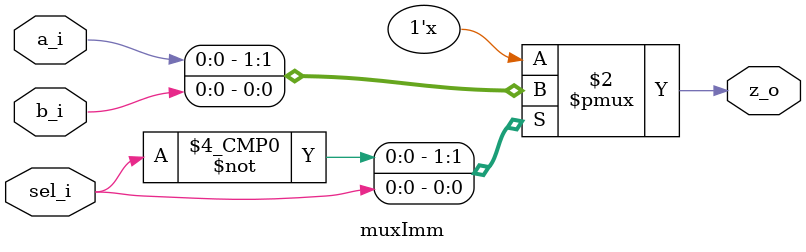
<source format=sv>
module muxImm ( input [1:0] b_i,
              input [1:0] a_i,
              input sel_i,
              output z_o);
always_comb unique case(sel_i)
  0: z_o = a_i;
  1: z_o = b_i;
endcase
endmodule

</source>
